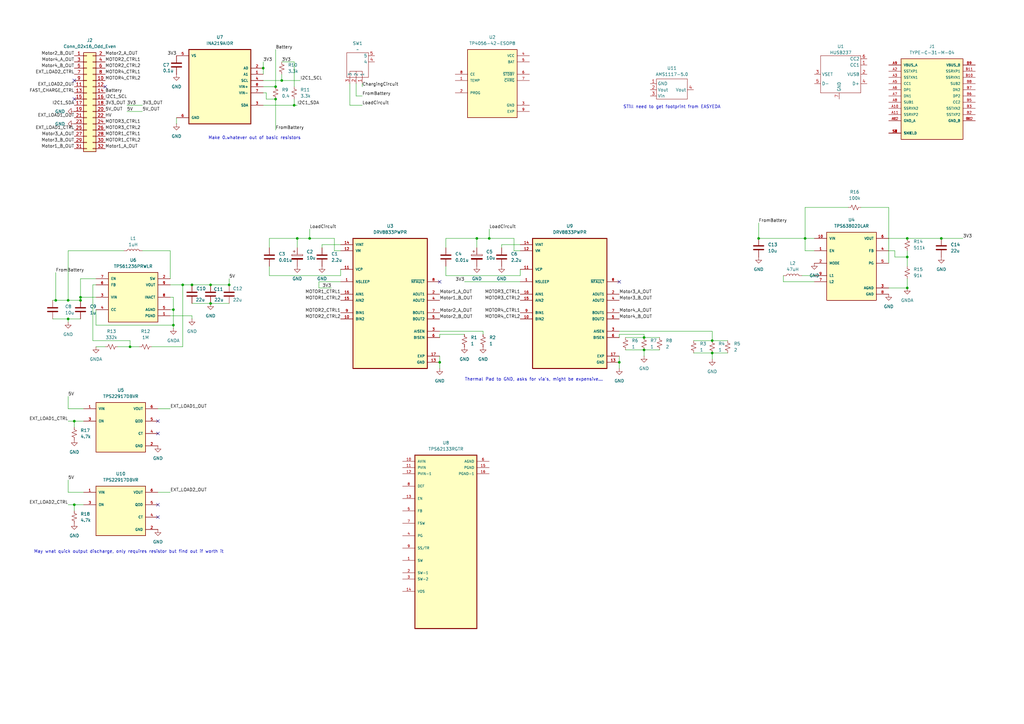
<source format=kicad_sch>
(kicad_sch (version 20250114) (generator "eeschema") (generator_version "9.0")
  (paper "A3")
  (title_block (title "Micromouse Power Board") (date "2025-03-25") (rev "v1.1") (company "University of Cape Town") (comment 2 "CRDRAF001 & DLLAMI004") (comment 3 "Rafael Cardoso & Amir Dollie"))
  (text "STill need to get footprint from EASYEDA" (at 275.59 43.942 0) (effects (font (size 1.27 1.27))))
  (text "Make 0.whatever out of basic resistors" (at 104.394 56.642 0) (effects (font (size 1.27 1.27))))
  (text "Thermal Pad to GND, asks for via's, might be expensive..." (at 218.948 155.702 0) (effects (font (size 1.27 1.27))))
  (text "May wnat quick output discharge, only requires resistor but find out if worth it\n" (at 52.832 226.314 0) (effects (font (size 1.27 1.27))))
  (junction (at 71.12 133.35))
  (junction (at 195.58 97.79))
  (junction (at 30.48 172.72))
  (junction (at 107.95 27.94))
  (junction (at 127 97.79))
  (junction (at 292.1 144.78))
  (junction (at 113.03 40.64))
  (junction (at 372.11 105.41))
  (junction (at 330.2 97.79))
  (junction (at 121.92 97.79))
  (junction (at 311.15 97.79))
  (junction (at 53.34 142.24))
  (junction (at 71.12 127))
  (junction (at 120.65 43.18))
  (junction (at 115.57 33.02))
  (junction (at 22.86 123.19))
  (junction (at 113.03 35.56))
  (junction (at 264.16 138.43))
  (junction (at 200.66 97.79))
  (junction (at 78.74 116.84))
  (junction (at 372.11 97.79))
  (junction (at 372.11 118.11))
  (junction (at 74.93 116.84))
  (junction (at 33.02 123.19))
  (junction (at 86.36 116.84))
  (junction (at 30.48 207.01))
  (junction (at 180.34 148.59))
  (junction (at 292.1 139.7))
  (junction (at 33.02 121.92))
  (junction (at 386.08 97.79))
  (junction (at 264.16 143.51))
  (junction (at 254 148.59))
  (junction (at 93.98 116.84))
  (junction (at 27.94 130.81))
  (junction (at 86.36 124.46))
  (junction (at 27.94 123.19))
  (no_connect (at 64.77 212.09))
  (no_connect (at 30.48 33.02))
  (no_connect (at 64.77 207.01))
  (no_connect (at 64.77 177.8))
  (no_connect (at 43.18 35.56))
  (no_connect (at 254 115.57))
  (no_connect (at 64.77 172.72))
  (no_connect (at 180.34 115.57))
  (no_connect (at 30.48 40.64))
  (wire (pts (xy 53.34 139.7) (xy 38.1 139.7)))
  (wire (pts (xy 107.95 38.1) (xy 109.22 38.1)))
  (wire (pts (xy 254 135.89) (xy 292.1 135.89)))
  (wire (pts (xy 71.12 121.92) (xy 71.12 127)))
  (wire (pts (xy 33.02 121.92) (xy 33.02 114.3)))
  (wire (pts (xy 107.95 43.18) (xy 120.65 43.18)))
  (wire (pts (xy 130.81 118.11) (xy 130.81 115.57)))
  (wire (pts (xy 330.2 85.09) (xy 330.2 97.79)))
  (wire (pts (xy 115.57 33.02) (xy 107.95 33.02)))
  (wire (pts (xy 256.54 143.51) (xy 264.16 143.51)))
  (wire (pts (xy 367.03 105.41) (xy 372.11 105.41)))
  (wire (pts (xy 367.03 102.87) (xy 367.03 105.41)))
  (wire (pts (xy 78.74 129.54) (xy 78.74 130.81)))
  (wire (pts (xy 69.85 121.92) (xy 71.12 121.92)))
  (wire (pts (xy 364.49 118.11) (xy 372.11 118.11)))
  (wire (pts (xy 284.48 139.7) (xy 292.1 139.7)))
  (wire (pts (xy 120.65 35.56) (xy 120.65 25.4)))
  (wire (pts (xy 27.94 196.85) (xy 27.94 201.93)))
  (wire (pts (xy 113.03 40.64) (xy 113.03 53.34)))
  (wire (pts (xy 62.23 142.24) (xy 74.93 142.24)))
  (wire (pts (xy 143.51 34.29) (xy 143.51 43.18)))
  (wire (pts (xy 39.37 127) (xy 39.37 133.35)))
  (wire (pts (xy 27.94 130.81) (xy 33.02 130.81)))
  (wire (pts (xy 180.34 137.16) (xy 190.5 137.16)))
  (wire (pts (xy 254 146.05) (xy 254 148.59)))
  (wire (pts (xy 120.65 43.18) (xy 121.92 43.18)))
  (wire (pts (xy 321.31 113.03) (xy 321.31 115.57)))
  (wire (pts (xy 86.36 116.84) (xy 93.98 116.84)))
  (wire (pts (xy 364.49 85.09) (xy 364.49 107.95)))
  (wire (pts (xy 107.95 25.4) (xy 107.95 27.94)))
  (wire (pts (xy 139.7 102.87) (xy 137.16 102.87)))
  (wire (pts (xy 353.06 85.09) (xy 364.49 85.09)))
  (wire (pts (xy 72.39 48.26) (xy 72.39 50.8)))
  (wire (pts (xy 113.03 20.32) (xy 113.03 35.56)))
  (wire (pts (xy 115.57 25.4) (xy 120.65 25.4)))
  (wire (pts (xy 213.36 100.33) (xy 205.74 100.33)))
  (wire (pts (xy 330.2 85.09) (xy 347.98 85.09)))
  (wire (pts (xy 137.16 97.79) (xy 127 97.79)))
  (wire (pts (xy 311.15 91.44) (xy 311.15 97.79)))
  (wire (pts (xy 182.88 109.22) (xy 182.88 113.03)))
  (wire (pts (xy 135.89 118.11) (xy 130.81 118.11)))
  (wire (pts (xy 109.22 38.1) (xy 109.22 40.64)))
  (wire (pts (xy 180.34 146.05) (xy 180.34 148.59)))
  (wire (pts (xy 39.37 121.92) (xy 33.02 121.92)))
  (wire (pts (xy 69.85 129.54) (xy 78.74 129.54)))
  (wire (pts (xy 254 137.16) (xy 264.16 137.16)))
  (wire (pts (xy 71.12 127) (xy 69.85 127)))
  (wire (pts (xy 321.31 115.57) (xy 334.01 115.57)))
  (wire (pts (xy 27.94 102.87) (xy 50.8 102.87)))
  (wire (pts (xy 110.49 97.79) (xy 110.49 101.6)))
  (wire (pts (xy 372.11 114.3) (xy 372.11 118.11)))
  (wire (pts (xy 27.94 172.72) (xy 30.48 172.72)))
  (wire (pts (xy 210.82 97.79) (xy 200.66 97.79)))
  (wire (pts (xy 256.54 138.43) (xy 264.16 138.43)))
  (wire (pts (xy 364.49 102.87) (xy 367.03 102.87)))
  (wire (pts (xy 213.36 102.87) (xy 210.82 102.87)))
  (wire (pts (xy 180.34 138.43) (xy 180.34 137.16)))
  (wire (pts (xy 328.93 113.03) (xy 334.01 113.03)))
  (wire (pts (xy 180.34 148.59) (xy 180.34 151.13)))
  (wire (pts (xy 182.88 97.79) (xy 182.88 101.6)))
  (wire (pts (xy 74.93 116.84) (xy 74.93 142.24)))
  (wire (pts (xy 195.58 97.79) (xy 182.88 97.79)))
  (wire (pts (xy 52.07 45.72) (xy 58.42 45.72)))
  (wire (pts (xy 30.48 207.01) (xy 34.29 207.01)))
  (wire (pts (xy 69.85 102.87) (xy 58.42 102.87)))
  (wire (pts (xy 27.94 162.56) (xy 27.94 167.64)))
  (wire (pts (xy 264.16 143.51) (xy 264.16 146.05)))
  (wire (pts (xy 48.26 142.24) (xy 53.34 142.24)))
  (wire (pts (xy 292.1 139.7) (xy 298.45 139.7)))
  (wire (pts (xy 78.74 124.46) (xy 86.36 124.46)))
  (wire (pts (xy 27.94 130.81) (xy 27.94 132.08)))
  (wire (pts (xy 292.1 144.78) (xy 292.1 147.32)))
  (wire (pts (xy 27.94 201.93) (xy 34.29 201.93)))
  (wire (pts (xy 198.12 135.89) (xy 198.12 137.16)))
  (wire (pts (xy 127 97.79) (xy 121.92 97.79)))
  (wire (pts (xy 386.08 97.79) (xy 394.97 97.79)))
  (wire (pts (xy 120.65 40.64) (xy 120.65 43.18)))
  (wire (pts (xy 69.85 116.84) (xy 74.93 116.84)))
  (wire (pts (xy 254 138.43) (xy 254 137.16)))
  (wire (pts (xy 292.1 144.78) (xy 298.45 144.78)))
  (wire (pts (xy 22.86 111.76) (xy 22.86 123.19)))
  (wire (pts (xy 107.95 27.94) (xy 107.95 30.48)))
  (wire (pts (xy 143.51 43.18) (xy 148.59 43.18)))
  (wire (pts (xy 132.08 100.33) (xy 132.08 101.6)))
  (wire (pts (xy 190.5 115.57) (xy 213.36 115.57)))
  (wire (pts (xy 372.11 97.79) (xy 386.08 97.79)))
  (wire (pts (xy 264.16 137.16) (xy 264.16 138.43)))
  (wire (pts (xy 64.77 167.64) (xy 69.85 167.64)))
  (wire (pts (xy 27.94 123.19) (xy 27.94 102.87)))
  (wire (pts (xy 330.2 97.79) (xy 334.01 97.79)))
  (wire (pts (xy 30.48 172.72) (xy 30.48 175.26)))
  (wire (pts (xy 334.01 102.87) (xy 330.2 102.87)))
  (wire (pts (xy 180.34 135.89) (xy 198.12 135.89)))
  (wire (pts (xy 284.48 144.78) (xy 292.1 144.78)))
  (wire (pts (xy 121.92 97.79) (xy 110.49 97.79)))
  (wire (pts (xy 38.1 139.7) (xy 38.1 116.84)))
  (wire (pts (xy 311.15 97.79) (xy 330.2 97.79)))
  (wire (pts (xy 148.59 34.29) (xy 148.59 35.56)))
  (wire (pts (xy 74.93 116.84) (xy 78.74 116.84)))
  (wire (pts (xy 115.57 30.48) (xy 115.57 33.02)))
  (wire (pts (xy 200.66 97.79) (xy 200.66 93.98)))
  (wire (pts (xy 52.07 43.18) (xy 58.42 43.18)))
  (wire (pts (xy 93.98 116.84) (xy 93.98 114.3)))
  (wire (pts (xy 139.7 110.49) (xy 139.7 113.03)))
  (wire (pts (xy 200.66 97.79) (xy 195.58 97.79)))
  (wire (pts (xy 110.49 113.03) (xy 139.7 113.03)))
  (wire (pts (xy 123.19 33.02) (xy 115.57 33.02)))
  (wire (pts (xy 330.2 102.87) (xy 330.2 97.79)))
  (wire (pts (xy 53.34 142.24) (xy 57.15 142.24)))
  (wire (pts (xy 22.86 123.19) (xy 21.59 123.19)))
  (wire (pts (xy 53.34 142.24) (xy 53.34 139.7)))
  (wire (pts (xy 364.49 97.79) (xy 372.11 97.79)))
  (wire (pts (xy 39.37 133.35) (xy 71.12 133.35)))
  (wire (pts (xy 30.48 172.72) (xy 34.29 172.72)))
  (wire (pts (xy 86.36 124.46) (xy 93.98 124.46)))
  (wire (pts (xy 43.18 142.24) (xy 39.37 142.24)))
  (wire (pts (xy 27.94 123.19) (xy 33.02 123.19)))
  (wire (pts (xy 33.02 114.3) (xy 39.37 114.3)))
  (wire (pts (xy 33.02 121.92) (xy 33.02 123.19)))
  (wire (pts (xy 205.74 100.33) (xy 205.74 101.6)))
  (wire (pts (xy 292.1 135.89) (xy 292.1 139.7)))
  (wire (pts (xy 182.88 113.03) (xy 213.36 113.03)))
  (wire (pts (xy 22.86 123.19) (xy 27.94 123.19)))
  (wire (pts (xy 107.95 35.56) (xy 113.03 35.56)))
  (wire (pts (xy 372.11 102.87) (xy 372.11 105.41)))
  (wire (pts (xy 64.77 201.93) (xy 69.85 201.93)))
  (wire (pts (xy 254 148.59) (xy 254 151.13)))
  (wire (pts (xy 30.48 207.01) (xy 30.48 209.55)))
  (wire (pts (xy 38.1 116.84) (xy 39.37 116.84)))
  (wire (pts (xy 71.12 127) (xy 71.12 133.35)))
  (wire (pts (xy 130.81 115.57) (xy 139.7 115.57)))
  (wire (pts (xy 27.94 207.01) (xy 30.48 207.01)))
  (wire (pts (xy 69.85 114.3) (xy 69.85 102.87)))
  (wire (pts (xy 139.7 100.33) (xy 132.08 100.33)))
  (wire (pts (xy 146.05 39.37) (xy 148.59 39.37)))
  (wire (pts (xy 127 97.79) (xy 127 93.98)))
  (wire (pts (xy 264.16 138.43) (xy 270.51 138.43)))
  (wire (pts (xy 210.82 102.87) (xy 210.82 97.79)))
  (wire (pts (xy 109.22 40.64) (xy 113.03 40.64)))
  (wire (pts (xy 71.12 133.35) (xy 71.12 134.62)))
  (wire (pts (xy 121.92 97.79) (xy 121.92 101.6)))
  (wire (pts (xy 264.16 143.51) (xy 270.51 143.51)))
  (wire (pts (xy 372.11 105.41) (xy 372.11 109.22)))
  (wire (pts (xy 21.59 130.81) (xy 27.94 130.81)))
  (wire (pts (xy 195.58 97.79) (xy 195.58 101.6)))
  (wire (pts (xy 213.36 110.49) (xy 213.36 113.03)))
  (wire (pts (xy 146.05 34.29) (xy 146.05 39.37)))
  (wire (pts (xy 137.16 102.87) (xy 137.16 97.79)))
  (wire (pts (xy 27.94 167.64) (xy 34.29 167.64)))
  (wire (pts (xy 110.49 109.22) (xy 110.49 113.03)))
  (wire (pts (xy 78.74 116.84) (xy 86.36 116.84)))
  (label "MOTOR1_CTRL2" (at 43.18 58.42 0))
  (label "3V3" (at 135.89 118.11 180))
  (label "HV" (at 43.18 48.26 0))
  (label "Motor3_B_OUT" (at 30.48 58.42 180))
  (label "3V3" (at 107.95 25.4 0))
  (label "3V3" (at 394.97 97.79 0))
  (label "3V3_OUT" (at 58.42 43.18 0))
  (label "Battery" (at 43.18 38.1 0))
  (label "FromBattery" (at 148.59 39.37 0))
  (label "5V" (at 27.94 162.56 0))
  (label "MOTOR3_CTRL1" (at 43.18 50.8 0))
  (label "3V3" (at 115.57 25.4 0))
  (label "MOTOR2_CTRL1" (at 139.7 128.27 180))
  (label "EXT_LOAD2_OUT" (at 69.85 201.93 0))
  (label "I2C1_SDA" (at 121.92 43.18 0))
  (label "FromBattery" (at 311.15 91.44 0))
  (label "Motor4_A_OUT" (at 254 128.27 0))
  (label "MOTOR2_CTRL2" (at 43.18 27.94 0))
  (label "Battery" (at 113.03 20.32 0))
  (label "Motor3_A_OUT" (at 30.48 55.88 180))
  (label "MOTOR4_CTRL2" (at 213.36 130.81 180))
  (label "Motor2_A_OUT" (at 43.18 22.86 0))
  (label "I2C1_SCL" (at 123.19 33.02 0))
  (label "EXT_LOAD1_OUT" (at 69.85 167.64 0))
  (label "MOTOR2_CTRL2" (at 139.7 130.81 180))
  (label "5V_OUT" (at 43.18 45.72 0))
  (label "Motor2_B_OUT" (at 30.48 22.86 180))
  (label "Motor4_B_OUT" (at 30.48 27.94 180))
  (label "Motor1_B_OUT" (at 30.48 60.96 180))
  (label "EXT_LOAD2_CTRL" (at 30.48 30.48 180))
  (label "EXT_LOAD2_CTRL" (at 27.94 207.01 180))
  (label "MOTOR1_CTRL1" (at 43.18 55.88 0))
  (label "3V3" (at 190.5 115.57 180))
  (label "Motor2_B_OUT" (at 180.34 130.81 0))
  (label "MOTOR4_CTRL2" (at 43.18 33.02 0))
  (label "3V3" (at 72.39 22.86 180))
  (label "Motor4_B_OUT" (at 254 130.81 0))
  (label "EXT_LOAD2_OUT" (at 30.48 35.56 180))
  (label "FromBattery" (at 113.03 53.34 0))
  (label "EXT_LOAD1_CTRL" (at 30.48 53.34 180))
  (label "MOTOR2_CTRL1" (at 43.18 25.4 0))
  (label "LoadCircuit" (at 148.59 43.18 0))
  (label "5V" (at 27.94 196.85 0))
  (label "Motor4_A_OUT" (at 30.48 25.4 180))
  (label "5V" (at 93.98 114.3 0))
  (label "Motor2_A_OUT" (at 180.34 128.27 0))
  (label "MOTOR1_CTRL2" (at 139.7 123.19 180))
  (label "LoadCircuit" (at 200.66 93.98 0))
  (label "MOTOR4_CTRL1" (at 213.36 128.27 180))
  (label "I2C1_SDA" (at 30.48 43.18 180))
  (label "Motor1_A_OUT" (at 180.34 120.65 0))
  (label "Motor1_B_OUT" (at 180.34 123.19 0))
  (label "5V_OUT" (at 58.42 45.72 0))
  (label "MOTOR3_CTRL2" (at 213.36 123.19 180))
  (label "EXT_LOAD1_OUT" (at 30.48 48.26 180))
  (label "FromBattery" (at 22.86 111.76 0))
  (label "3V3_OUT" (at 43.18 43.18 0))
  (label "FAST_CHARGE_CTRL" (at 30.48 38.1 180))
  (label "LoadCircuit" (at 127 93.98 0))
  (label "5V" (at 52.07 45.72 0))
  (label "Motor1_A_OUT" (at 43.18 60.96 0))
  (label "MOTOR1_CTRL1" (at 139.7 120.65 180))
  (label "MOTOR4_CTRL1" (at 43.18 30.48 0))
  (label "EXT_LOAD1_CTRL" (at 27.94 172.72 180))
  (label "MOTOR3_CTRL2" (at 43.18 53.34 0))
  (label "Motor3_B_OUT" (at 254 123.19 0))
  (label "MOTOR3_CTRL1" (at 213.36 120.65 180))
  (label "ChargingCircuit" (at 148.59 35.56 0))
  (label "3V3" (at 52.07 43.18 0))
  (label "Motor3_A_OUT" (at 254 120.65 0))
  (label "I2C1_SCL" (at 43.18 40.64 0))
  (symbol (lib_id "Device:C") (at 21.59 127 0) (unit 1)
    (property "Reference" "C8" (at 26.67 125.7299 0) (effects (justify left)))
    (property "Value" "10u" (at 26.67 128.2699 0) (effects (justify left)))
    (property "Description" "Unpolarized capacitor" (effects (hide yes)))
  )
  (symbol (lib_id "DRV8833PWPR:DRV8833PWPR") (at 160.02 125.73 0) (unit 1)
    (property "Reference" "U3" (at 160.02 92.71 0))
    (property "Value" "DRV8833PWPR" (at 160.02 95.25 0))
    (property "Footprint" "DRV8833PWPR:IC_DRV8833PWPR" (effects (hide yes)))
    (property "MF" "Texas Instruments" (effects (hide yes)))
    (property "MOUSER-PURCHASE-URL" "https://snapeda.com/shop?store=Mouser&id=377881" (effects (hide yes)))
    (property "DESCRIPTION" "10.8-V, 2-A dual H-bridge motor driver with current regulation 16-HTSSOP -40 to 85" (effects (hide yes)))
    (property "PACKAGE" "HTSSOP-16 Texas Instruments" (effects (hide yes)))
    (property "Price" "None" (effects (hide yes)))
    (property "PRICE" "None" (effects (hide yes)))
    (property "Package" "HTSSOP-16 Texas Instruments" (effects (hide yes)))
    (property "Check_prices" "https://www.snapeda.com/parts/DRV8833PWPR/Texas+Instruments/view-part/?ref=eda" (effects (hide yes)))
    (property "STANDARD" "Manufacturer Recommendations" (effects (hide yes)))
    (property "PARTREV" "E" (effects (hide yes)))
    (property "SnapEDA_Link" "https://www.snapeda.com/parts/DRV8833PWPR/Texas+Instruments/view-part/?ref=snap" (effects (hide yes)))
    (property "MP" "DRV8833PWPR" (effects (hide yes)))
    (property "TEXAS_INSTRUMENTS-PURCHASE-URL" "https://snapeda.com/shop?store=Texas+Instruments&id=377881" (effects (hide yes)))
    (property "MAXIMUM_PACKAGE_HEIGHT" "1.2mm" (effects (hide yes)))
    (property "Description_1" "10.8-V, 2-A dual H-bridge motor driver with current regulation" (effects (hide yes)))
    (property "Availability" "In Stock" (effects (hide yes)))
    (property "AVAILABILITY" "Warning" (effects (hide yes)))
    (property "DIGIKEY-PURCHASE-URL" "https://snapeda.com/shop?store=DigiKey&id=377881" (effects (hide yes)))
    (property "MANUFACTURER" "Texas Instruments" (effects (hide yes)))
  )
  (symbol (lib_id "power:GND") (at 121.92 109.22 0) (unit 1)
    (property "Reference" "#PWR07" (effects (hide yes)))
    (property "Value" "GND" (at 121.92 114.3 0))
    (property "Description" "Power symbol creates a global label with name \"GND\" , ground" (effects (hide yes)))
  )
  (symbol (lib_id "Device:C_Polarized") (at 195.58 105.41 0) (unit 1)
    (property "Reference" "C5" (at 199.39 103.2509 0) (effects (justify left)))
    (property "Value" "10u" (at 199.39 105.7909 0) (effects (justify left)))
    (property "Description" "Polarized capacitor" (effects (hide yes)))
  )
  (symbol (lib_id "power:GND") (at 292.1 147.32 0) (unit 1)
    (property "Reference" "#PWR012" (effects (hide yes)))
    (property "Value" "GND" (at 292.1 152.4 0))
    (property "Description" "Power symbol creates a global label with name \"GND\" , ground" (effects (hide yes)))
  )
  (symbol (lib_id "TPS22917DBVR:TPS22917DBVR") (at 49.53 175.26 0) (unit 1)
    (property "Reference" "U5" (at 49.53 160.02 0))
    (property "Value" "TPS22917DBVR" (at 49.53 162.56 0))
    (property "Footprint" "TPS22917DBVR:SOT95P280X145-6N" (effects (hide yes)))
    (property "MF" "Texas Instruments" (effects (hide yes)))
    (property "MAXIMUM_PACKAGE_HEIGHT" "1.45mm" (effects (hide yes)))
    (property "Package" "SOT-23-6 Texas Instruments" (effects (hide yes)))
    (property "Price" "None" (effects (hide yes)))
    (property "Check_prices" "https://www.snapeda.com/parts/TPS22917DBVR/Texas+Instruments/view-part/?ref=eda" (effects (hide yes)))
    (property "STANDARD" "IPC 7351B" (effects (hide yes)))
    (property "PARTREV" "B" (effects (hide yes)))
    (property "SnapEDA_Link" "https://www.snapeda.com/parts/TPS22917DBVR/Texas+Instruments/view-part/?ref=snap" (effects (hide yes)))
    (property "MP" "TPS22917DBVR" (effects (hide yes)))
    (property "Description_1" "5.5-V, 2-A, 80-mΩ , 10-nA leakage load switch adj. rise time and adj output discharge" (effects (hide yes)))
    (property "Availability" "In Stock" (effects (hide yes)))
    (property "MANUFACTURER" "Texas Instruments" (effects (hide yes)))
  )
  (symbol (lib_id "power:GNDA") (at 39.37 142.24 0) (unit 1)
    (property "Reference" "#PWR018" (effects (hide yes)))
    (property "Value" "GNDA" (at 39.37 147.32 0))
    (property "Description" "Power symbol creates a global label with name \"GNDA\" , analog ground" (effects (hide yes)))
  )
  (symbol (lib_id "Device:C") (at 132.08 105.41 0) (unit 1)
    (property "Reference" "C1" (at 135.89 104.1399 0) (effects (justify left)))
    (property "Value" "2.2u" (at 135.89 106.6799 0) (effects (justify left)))
    (property "Description" "Unpolarized capacitor" (effects (hide yes)))
  )
  (symbol (lib_id "Device:C") (at 110.49 105.41 0) (unit 1)
    (property "Reference" "C3" (at 114.3 104.1399 0) (effects (justify left)))
    (property "Value" "0.01u" (at 114.3 106.6799 0) (effects (justify left)))
    (property "Description" "Unpolarized capacitor" (effects (hide yes)))
  )
  (symbol (lib_id "DRV8833PWPR:DRV8833PWPR") (at 233.68 125.73 0) (unit 1)
    (property "Reference" "U9" (at 233.68 92.71 0))
    (property "Value" "DRV8833PWPR" (at 233.68 95.25 0))
    (property "Footprint" "DRV8833PWPR:IC_DRV8833PWPR" (effects (hide yes)))
    (property "MF" "Texas Instruments" (effects (hide yes)))
    (property "MOUSER-PURCHASE-URL" "https://snapeda.com/shop?store=Mouser&id=377881" (effects (hide yes)))
    (property "DESCRIPTION" "10.8-V, 2-A dual H-bridge motor driver with current regulation 16-HTSSOP -40 to 85" (effects (hide yes)))
    (property "PACKAGE" "HTSSOP-16 Texas Instruments" (effects (hide yes)))
    (property "Price" "None" (effects (hide yes)))
    (property "PRICE" "None" (effects (hide yes)))
    (property "Package" "HTSSOP-16 Texas Instruments" (effects (hide yes)))
    (property "Check_prices" "https://www.snapeda.com/parts/DRV8833PWPR/Texas+Instruments/view-part/?ref=eda" (effects (hide yes)))
    (property "STANDARD" "Manufacturer Recommendations" (effects (hide yes)))
    (property "PARTREV" "E" (effects (hide yes)))
    (property "SnapEDA_Link" "https://www.snapeda.com/parts/DRV8833PWPR/Texas+Instruments/view-part/?ref=snap" (effects (hide yes)))
    (property "MP" "DRV8833PWPR" (effects (hide yes)))
    (property "TEXAS_INSTRUMENTS-PURCHASE-URL" "https://snapeda.com/shop?store=Texas+Instruments&id=377881" (effects (hide yes)))
    (property "MAXIMUM_PACKAGE_HEIGHT" "1.2mm" (effects (hide yes)))
    (property "Description_1" "10.8-V, 2-A dual H-bridge motor driver with current regulation" (effects (hide yes)))
    (property "Availability" "In Stock" (effects (hide yes)))
    (property "AVAILABILITY" "Warning" (effects (hide yes)))
    (property "DIGIKEY-PURCHASE-URL" "https://snapeda.com/shop?store=DigiKey&id=377881" (effects (hide yes)))
    (property "MANUFACTURER" "Texas Instruments" (effects (hide yes)))
  )
  (symbol (lib_id "Device:R_Small_US") (at 120.65 38.1 0) (unit 1)
    (property "Reference" "R11" (at 123.19 36.8299 0) (effects (justify left)))
    (property "Value" "3.3k" (at 123.19 39.3699 0) (effects (justify left)))
    (property "Description" "Resistor, small US symbol" (effects (hide yes)))
  )
  (symbol (lib_id "Device:C") (at 78.74 120.65 0) (unit 1)
    (property "Reference" "C10" (at 80.518 118.364 0) (effects (justify left)))
    (property "Value" "22u" (at 80.264 122.936 0) (effects (justify left)))
    (property "Description" "Unpolarized capacitor" (effects (hide yes)))
  )
  (symbol (lib_id "AMS1117-CUSTOM5V:AMS1117-5.0") (at 275.59 31.75 0) (unit 1)
    (property "Reference" "U11" (at 275.59 27.94 0))
    (property "Value" "AMS1117-5.0" (at 275.59 30.48 0))
  )
  (symbol (lib_id "Device:C") (at 33.02 127 0) (unit 1)
    (property "Reference" "C9" (at 36.83 125.7299 0) (effects (justify left)))
    (property "Value" "1u" (at 36.83 128.2699 0) (effects (justify left)))
    (property "Description" "Unpolarized capacitor" (effects (hide yes)))
  )
  (symbol (lib_id "Device:R_Small_US") (at 45.72 142.24 90) (unit 1)
    (property "Reference" "R13" (at 45.72 135.89 90))
    (property "Value" "332k" (at 45.72 138.43 90))
    (property "Description" "Resistor, small US symbol" (effects (hide yes)))
  )
  (symbol (lib_id "power:GND") (at 72.39 30.48 0) (unit 1)
    (property "Reference" "#PWR014" (effects (hide yes)))
    (property "Value" "GND" (at 72.39 35.56 0))
    (property "Description" "Power symbol creates a global label with name \"GND\" , ground" (effects (hide yes)))
  )
  (symbol (lib_id "Device:R_Small_US") (at 298.45 142.24 0) (unit 1)
    (property "Reference" "R5" (at 300.99 140.9699 0) (effects (justify left)))
    (property "Value" "2" (at 300.99 143.5099 0) (effects (justify left)))
    (property "Description" "Resistor, small US symbol" (effects (hide yes)))
  )
  (symbol (lib_id "power:GND") (at 30.48 45.72 270) (unit 1)
    (property "Reference" "#PWR01" (effects (hide yes)))
    (property "Value" "GND" (at 26.67 45.7199 90) (effects (justify right)))
    (property "Description" "Power symbol creates a global label with name \"GND\" , ground" (effects (hide yes)))
  )
  (symbol (lib_id "power:GND") (at 264.16 146.05 0) (unit 1)
    (property "Reference" "#PWR011" (effects (hide yes)))
    (property "Value" "GND" (at 264.16 151.13 0))
    (property "Description" "Power symbol creates a global label with name \"GND\" , ground" (effects (hide yes)))
  )
  (symbol (lib_id "power:GND") (at 132.08 109.22 0) (unit 1)
    (property "Reference" "#PWR06" (effects (hide yes)))
    (property "Value" "GND" (at 132.08 114.3 0))
    (property "Description" "Power symbol creates a global label with name \"GND\" , ground" (effects (hide yes)))
  )
  (symbol (lib_id "power:GND") (at 205.74 109.22 0) (unit 1)
    (property "Reference" "#PWR09" (effects (hide yes)))
    (property "Value" "GND" (at 205.74 114.3 0))
    (property "Description" "Power symbol creates a global label with name \"GND\" , ground" (effects (hide yes)))
  )
  (symbol (lib_id "Device:C_Polarized") (at 121.92 105.41 0) (unit 1)
    (property "Reference" "C2" (at 125.73 103.2509 0) (effects (justify left)))
    (property "Value" "10u" (at 125.73 105.7909 0) (effects (justify left)))
    (property "Description" "Polarized capacitor" (effects (hide yes)))
  )
  (symbol (lib_id "power:GND") (at 195.58 109.22 0) (unit 1)
    (property "Reference" "#PWR08" (effects (hide yes)))
    (property "Value" "GND" (at 195.58 114.3 0))
    (property "Description" "Power symbol creates a global label with name \"GND\" , ground" (effects (hide yes)))
  )
  (symbol (lib_id "power:GND") (at 180.34 151.13 0) (unit 1)
    (property "Reference" "#PWR05" (effects (hide yes)))
    (property "Value" "GND" (at 180.34 156.21 0))
    (property "Description" "Power symbol creates a global label with name \"GND\" , ground" (effects (hide yes)))
  )
  (symbol (lib_id "power:GND") (at 190.5 142.24 0) (unit 1)
    (property "Reference" "#PWR03" (effects (hide yes)))
    (property "Value" "GND" (at 190.5 147.32 0))
    (property "Description" "Power symbol creates a global label with name \"GND\" , ground" (effects (hide yes)))
  )
  (symbol (lib_id "INA219AIDR:INA219AIDR") (at 90.17 35.56 0) (mirror y) (unit 1)
    (property "Reference" "U7" (at 90.17 15.24 0))
    (property "Value" "INA219AIDR" (at 90.17 17.78 0))
    (property "Footprint" "INA219AIDR:SOIC127P599X175-8N" (effects (hide yes)))
    (property "MF" "Texas Instruments" (effects (hide yes)))
    (property "Description_1" "26-V 12-bit I2C output digital power monitor" (effects (hide yes)))
    (property "Package" "SOIC-8 Texas Instruments" (effects (hide yes)))
    (property "Price" "None" (effects (hide yes)))
    (property "SnapEDA_Link" "https://www.snapeda.com/parts/INA219AIDR/Texas+Instruments/view-part/?ref=snap" (effects (hide yes)))
    (property "MP" "INA219AIDR" (effects (hide yes)))
    (property "Availability" "In Stock" (effects (hide yes)))
    (property "Check_prices" "https://www.snapeda.com/parts/INA219AIDR/Texas+Instruments/view-part/?ref=eda" (effects (hide yes)))
  )
  (symbol (lib_id "power:GND") (at 72.39 50.8 0) (unit 1)
    (property "Reference" "#PWR013" (effects (hide yes)))
    (property "Value" "GND" (at 72.39 55.88 0))
    (property "Description" "Power symbol creates a global label with name \"GND\" , ground" (effects (hide yes)))
  )
  (symbol (lib_id "power:GND") (at 311.15 105.41 0) (unit 1)
    (property "Reference" "#PWR021" (effects (hide yes)))
    (property "Value" "GND" (at 311.15 110.49 0))
    (property "Description" "Power symbol creates a global label with name \"GND\" , ground" (effects (hide yes)))
  )
  (symbol (lib_id "power:GND") (at 27.94 132.08 0) (unit 1)
    (property "Reference" "#PWR019" (effects (hide yes)))
    (property "Value" "GND" (at 27.94 137.16 0))
    (property "Description" "Power symbol creates a global label with name \"GND\" , ground" (effects (hide yes)))
  )
  (symbol (lib_id "TPS22917DBVR:TPS22917DBVR") (at 49.53 209.55 0) (unit 1)
    (property "Reference" "U10" (at 49.53 194.31 0))
    (property "Value" "TPS22917DBVR" (at 49.53 196.85 0))
    (property "Footprint" "TPS22917DBVR:SOT95P280X145-6N" (effects (hide yes)))
    (property "MF" "Texas Instruments" (effects (hide yes)))
    (property "MAXIMUM_PACKAGE_HEIGHT" "1.45mm" (effects (hide yes)))
    (property "Package" "SOT-23-6 Texas Instruments" (effects (hide yes)))
    (property "Price" "None" (effects (hide yes)))
    (property "Check_prices" "https://www.snapeda.com/parts/TPS22917DBVR/Texas+Instruments/view-part/?ref=eda" (effects (hide yes)))
    (property "STANDARD" "IPC 7351B" (effects (hide yes)))
    (property "PARTREV" "B" (effects (hide yes)))
    (property "SnapEDA_Link" "https://www.snapeda.com/parts/TPS22917DBVR/Texas+Instruments/view-part/?ref=snap" (effects (hide yes)))
    (property "MP" "TPS22917DBVR" (effects (hide yes)))
    (property "Description_1" "5.5-V, 2-A, 80-mΩ , 10-nA leakage load switch adj. rise time and adj output discharge" (effects (hide yes)))
    (property "Availability" "In Stock" (effects (hide yes)))
    (property "MANUFACTURER" "Texas Instruments" (effects (hide yes)))
  )
  (symbol (lib_id "Device:R_Small_US") (at 30.48 177.8 0) (unit 1)
    (property "Reference" "R17" (at 33.02 176.5299 0) (effects (justify left)))
    (property "Value" "4.7k" (at 33.02 179.0699 0) (effects (justify left)))
    (property "Description" "Resistor, small US symbol" (effects (hide yes)))
  )
  (symbol (lib_id "Device:R_Small_US") (at 372.11 100.33 0) (unit 1)
    (property "Reference" "R14" (at 374.65 99.0599 0) (effects (justify left)))
    (property "Value" "511k" (at 374.65 101.5999 0) (effects (justify left)))
    (property "Description" "Resistor, small US symbol" (effects (hide yes)))
  )
  (symbol (lib_id "Device:C") (at 205.74 105.41 0) (unit 1)
    (property "Reference" "C6" (at 209.55 104.1399 0) (effects (justify left)))
    (property "Value" "2.2u" (at 209.55 106.6799 0) (effects (justify left)))
    (property "Description" "Unpolarized capacitor" (effects (hide yes)))
  )
  (symbol (lib_id "Device:R_Small_US") (at 256.54 140.97 0) (unit 1)
    (property "Reference" "R6" (at 259.08 139.6999 0) (effects (justify left)))
    (property "Value" "1" (at 259.08 142.2399 0) (effects (justify left)))
    (property "Description" "Resistor, small US symbol" (effects (hide yes)))
  )
  (symbol (lib_id "Device:R_Small_US") (at 350.52 85.09 90) (unit 1)
    (property "Reference" "R16" (at 350.52 78.74 90))
    (property "Value" "100k" (at 350.52 81.28 90))
    (property "Description" "Resistor, small US symbol" (effects (hide yes)))
  )
  (symbol (lib_id "TPS62133RGTR:TPS62133RGTR") (at 182.88 222.25 0) (unit 1)
    (property "Reference" "U8" (at 182.88 181.61 0))
    (property "Value" "TPS62133RGTR" (at 182.88 184.15 0))
    (property "Footprint" "TPS62133RGTR:QFN50P300X300X100-17N" (effects (hide yes)))
    (property "MF" "Texas Instruments" (effects (hide yes)))
    (property "Description_1" "3-17V 3A Step-Down Converter in 3x3 QFN Package" (effects (hide yes)))
    (property "Package" "VQFN-16 Texas Instruments" (effects (hide yes)))
    (property "Price" "None" (effects (hide yes)))
    (property "SnapEDA_Link" "https://www.snapeda.com/parts/TPS62133RGTR/Texas+Instruments/view-part/?ref=snap" (effects (hide yes)))
    (property "MP" "TPS62133RGTR" (effects (hide yes)))
    (property "Availability" "In Stock" (effects (hide yes)))
    (property "Check_prices" "https://www.snapeda.com/parts/TPS62133RGTR/Texas+Instruments/view-part/?ref=eda" (effects (hide yes)))
  )
  (symbol (lib_id "Device:R_Small_US") (at 264.16 140.97 0) (unit 1)
    (property "Reference" "R7" (at 266.7 139.6999 0) (effects (justify left)))
    (property "Value" "1" (at 266.7 142.2399 0) (effects (justify left)))
    (property "Description" "Resistor, small US symbol" (effects (hide yes)))
  )
  (symbol (lib_id "TYPE-C-31-M-04:TYPE-C-31-M-04") (at 382.27 39.37 0) (unit 1)
    (property "Reference" "J1" (at 382.27 19.05 0))
    (property "Value" "TYPE-C-31-M-04" (at 382.27 21.59 0))
    (property "Footprint" "TYPE-C-31-M-04:HRO_TYPE-C-31-M-04" (effects (hide yes)))
    (property "MF" "HRO Electronics Co., Ltd." (effects (hide yes)))
    (property "MAXIMUM_PACKAGE_HEIGHT" "3.32mm" (effects (hide yes)))
    (property "Package" "Package" (effects (hide yes)))
    (property "Price" "None" (effects (hide yes)))
    (property "Check_prices" "https://www.snapeda.com/parts/TYPE-C-31-M-04/HRO+Electronics+Co.%252C+Ltd./view-part/?ref=eda" (effects (hide yes)))
    (property "STANDARD" "Manufacturer Recommendations" (effects (hide yes)))
    (property "PARTREV" "A" (effects (hide yes)))
    (property "SnapEDA_Link" "https://www.snapeda.com/parts/TYPE-C-31-M-04/HRO+Electronics+Co.%252C+Ltd./view-part/?ref=snap" (effects (hide yes)))
    (property "MP" "TYPE-C-31-M-04" (effects (hide yes)))
    (property "Description_1" "USB Connector Type C" (effects (hide yes)))
    (property "Availability" "Not in stock" (effects (hide yes)))
    (property "MANUFACTURER" "HRO Electronics" (effects (hide yes)))
  )
  (symbol (lib_id "power:GND") (at 64.77 217.17 0) (unit 1)
    (property "Reference" "#PWR028" (effects (hide yes)))
    (property "Value" "GND" (at 64.77 222.25 0))
    (property "Description" "Power symbol creates a global label with name \"GND\" , ground" (effects (hide yes)))
  )
  (symbol (lib_id "power:GND") (at 64.77 182.88 0) (unit 1)
    (property "Reference" "#PWR025" (effects (hide yes)))
    (property "Value" "GND" (at 64.77 187.96 0))
    (property "Description" "Power symbol creates a global label with name \"GND\" , ground" (effects (hide yes)))
  )
  (symbol (lib_id "Device:R_Small_US") (at 190.5 139.7 0) (unit 1)
    (property "Reference" "R1" (at 193.04 138.4299 0) (effects (justify left)))
    (property "Value" "1" (at 193.04 140.9699 0) (effects (justify left)))
    (property "Description" "Resistor, small US symbol" (effects (hide yes)))
  )
  (symbol (lib_id "power:GND") (at 78.74 130.81 0) (unit 1)
    (property "Reference" "#PWR017" (effects (hide yes)))
    (property "Value" "GND" (at 78.74 135.89 0))
    (property "Description" "Power symbol creates a global label with name \"GND\" , ground" (effects (hide yes)))
  )
  (symbol (lib_id "power:GND") (at 254 151.13 0) (unit 1)
    (property "Reference" "#PWR010" (effects (hide yes)))
    (property "Value" "GND" (at 254 156.21 0))
    (property "Description" "Power symbol creates a global label with name \"GND\" , ground" (effects (hide yes)))
  )
  (symbol (lib_id "power:GND") (at 30.48 214.63 0) (unit 1)
    (property "Reference" "#PWR027" (effects (hide yes)))
    (property "Value" "GND" (at 30.48 219.71 0))
    (property "Description" "Power symbol creates a global label with name \"GND\" , ground" (effects (hide yes)))
  )
  (symbol (lib_id "TPS61235PRWLR:TPS61235PRWLR") (at 54.61 121.92 0) (unit 1)
    (property "Reference" "U6" (at 54.61 106.68 0))
    (property "Value" "TPS61236PRWLR" (at 54.61 109.22 0))
    (property "Footprint" "TPS61235PRWLR:CONV_TPS61235PRWLR" (effects (hide yes)))
    (property "MF" "Texas Instruments" (effects (hide yes)))
    (property "Description_1" "8-A valley current, 5.1-V fixed output voltage synchronous boost converters" (effects (hide yes)))
    (property "Package" "VQFN-HR-9 Texas Instruments" (effects (hide yes)))
    (property "Price" "None" (effects (hide yes)))
    (property "Check_prices" "https://www.snapeda.com/parts/TPS61235PRWLR/Texas+Instruments/view-part/?ref=eda" (effects (hide yes)))
    (property "SnapEDA_Link" "https://www.snapeda.com/parts/TPS61235PRWLR/Texas+Instruments/view-part/?ref=snap" (effects (hide yes)))
    (property "MP" "TPS61235PRWLR" (effects (hide yes)))
    (property "Availability" "In Stock" (effects (hide yes)))
    (property "MANUFACTURER" "Texas Instruments" (effects (hide yes)))
  )
  (symbol (lib_id "Device:C") (at 72.39 26.67 0) (unit 1)
    (property "Reference" "C7" (at 66.802 26.67 0) (effects (justify left)))
    (property "Value" "0.1u" (at 66.802 28.956 0) (effects (justify left)))
    (property "Description" "Unpolarized capacitor" (effects (hide yes)))
  )
  (symbol (lib_id "Device:R_Small_US") (at 372.11 111.76 0) (unit 1)
    (property "Reference" "R15" (at 374.65 110.4899 0) (effects (justify left)))
    (property "Value" "91k" (at 374.65 113.0299 0) (effects (justify left)))
    (property "Description" "Resistor, small US symbol" (effects (hide yes)))
  )
  (symbol (lib_id "power:GND") (at 198.12 142.24 0) (unit 1)
    (property "Reference" "#PWR04" (effects (hide yes)))
    (property "Value" "GND" (at 198.12 147.32 0))
    (property "Description" "Power symbol creates a global label with name \"GND\" , ground" (effects (hide yes)))
  )
  (symbol (lib_id "power:GND") (at 364.49 120.65 0) (unit 1)
    (property "Reference" "#PWR023" (effects (hide yes)))
    (property "Value" "GND" (at 364.49 125.73 0))
    (property "Description" "Power symbol creates a global label with name \"GND\" , ground" (effects (hide yes)))
  )
  (symbol (lib_id "Device:R_Small_US") (at 59.69 142.24 90) (unit 1)
    (property "Reference" "R12" (at 59.69 135.89 90))
    (property "Value" "1M" (at 59.69 138.43 90))
    (property "Description" "Resistor, small US symbol" (effects (hide yes)))
  )
  (symbol (lib_id "Device:C") (at 93.98 120.65 0) (unit 1)
    (property "Reference" "C12" (at 95.504 118.364 0) (effects (justify left)))
    (property "Value" "22u" (at 95.504 122.936 0) (effects (justify left)))
    (property "Description" "Unpolarized capacitor" (effects (hide yes)))
  )
  (symbol (lib_id "Device:R_Small_US") (at 30.48 212.09 0) (unit 1)
    (property "Reference" "R18" (at 33.02 210.8199 0) (effects (justify left)))
    (property "Value" "4.7k" (at 33.02 213.3599 0) (effects (justify left)))
    (property "Description" "Resistor, small US symbol" (effects (hide yes)))
  )
  (symbol (lib_id "Device:L") (at 54.61 102.87 90) (unit 1)
    (property "Reference" "L1" (at 54.61 97.79 90))
    (property "Value" "1uH" (at 54.61 100.33 90))
    (property "Description" "Inductor" (effects (hide yes)))
  )
  (symbol (lib_id "TPS63802DLAR:TPS63802DLAR") (at 349.25 107.95 0) (unit 1)
    (property "Reference" "U4" (at 349.25 90.17 0))
    (property "Value" "TPS63802DLAR" (at 349.25 92.71 0))
    (property "Footprint" "TPS63802DLAR:VREG_TPS63802DLAR" (effects (hide yes)))
    (property "MF" "Texas Instruments" (effects (hide yes)))
    (property "MAXIMUM_PACKAGE_HEIGHT" "1.0 mm" (effects (hide yes)))
    (property "Package" "VSON-HR-10 Texas Instruments" (effects (hide yes)))
    (property "Price" "None" (effects (hide yes)))
    (property "Check_prices" "https://www.snapeda.com/parts/TPS63802DLAR/Texas+Instruments/view-part/?ref=eda" (effects (hide yes)))
    (property "STANDARD" "Manufacturer Recommendations" (effects (hide yes)))
    (property "PARTREV" "B" (effects (hide yes)))
    (property "SnapEDA_Link" "https://www.snapeda.com/parts/TPS63802DLAR/Texas+Instruments/view-part/?ref=snap" (effects (hide yes)))
    (property "MP" "TPS63802DLAR" (effects (hide yes)))
    (property "Description_1" "2-A, high-efficient, 11-µA quiescent current buck-boost converter in QFN/DFN package" (effects (hide yes)))
    (property "Availability" "In Stock" (effects (hide yes)))
    (property "MANUFACTURER" "Texas Instruments" (effects (hide yes)))
  )
  (symbol (lib_id "Device:C") (at 311.15 101.6 0) (unit 1)
    (property "Reference" "C13" (at 314.96 100.3299 0) (effects (justify left)))
    (property "Value" "10u" (at 314.96 102.8699 0) (effects (justify left)))
    (property "Description" "Unpolarized capacitor" (effects (hide yes)))
  )
  (symbol (lib_id "Device:R_Small_US") (at 198.12 139.7 0) (unit 1)
    (property "Reference" "R2" (at 200.66 138.4299 0) (effects (justify left)))
    (property "Value" "1" (at 200.66 140.9699 0) (effects (justify left)))
    (property "Description" "Resistor, small US symbol" (effects (hide yes)))
  )
  (symbol (lib_id "power:GND") (at 30.48 180.34 0) (unit 1)
    (property "Reference" "#PWR026" (effects (hide yes)))
    (property "Value" "GND" (at 30.48 185.42 0))
    (property "Description" "Power symbol creates a global label with name \"GND\" , ground" (effects (hide yes)))
  )
  (symbol (lib_id "Device:C") (at 182.88 105.41 0) (unit 1)
    (property "Reference" "C4" (at 186.69 104.1399 0) (effects (justify left)))
    (property "Value" "0.01u" (at 186.69 106.6799 0) (effects (justify left)))
    (property "Description" "Unpolarized capacitor" (effects (hide yes)))
  )
  (symbol (lib_id "Device:C") (at 386.08 101.6 0) (unit 1)
    (property "Reference" "C14" (at 389.89 100.3299 0) (effects (justify left)))
    (property "Value" "22u" (at 389.89 102.8699 0) (effects (justify left)))
    (property "Description" "Unpolarized capacitor" (effects (hide yes)))
  )
  (symbol (lib_id "power:GND") (at 30.48 50.8 270) (unit 1)
    (property "Reference" "#PWR02" (effects (hide yes)))
    (property "Value" "GND" (at 26.67 50.7999 90) (effects (justify right)))
    (property "Description" "Power symbol creates a global label with name \"GND\" , ground" (effects (hide yes)))
  )
  (symbol (lib_id "Connector_Generic:Conn_02x16_Odd_Even") (at 35.56 40.64 0) (unit 1)
    (property "Reference" "J2" (at 36.83 16.51 0))
    (property "Value" "Conn_02x16_Odd_Even" (at 36.83 19.05 0))
    (property "Description" "Generic connector, double row, 02x16, odd/even pin numbering scheme (row 1 odd numbers, row 2 even numbers), script generated (kicad-library-utils/schlib/autogen/connector/)" (effects (hide yes)))
  )
  (symbol (lib_id "TP4056-42-ESOP8:TP4056-42-ESOP8") (at 201.93 35.56 0) (unit 1)
    (property "Reference" "U2" (at 201.93 15.24 0))
    (property "Value" "TP4056-42-ESOP8" (at 201.93 17.78 0))
    (property "Footprint" "TP4056-42-ESOP8:SOIC127P600X175-9N" (effects (hide yes)))
    (property "MF" "toppower" (effects (hide yes)))
    (property "MAXIMUM_PACKAGE_HEIGHT" "1.75mm" (effects (hide yes)))
    (property "Package" "None" (effects (hide yes)))
    (property "Price" "None" (effects (hide yes)))
    (property "Check_prices" "https://www.snapeda.com/parts/TP4056-42-ESOP8/toppower/view-part/?ref=eda" (effects (hide yes)))
    (property "STANDARD" "IPC-7351B" (effects (hide yes)))
    (property "PARTREV" "NA" (effects (hide yes)))
    (property "SnapEDA_Link" "https://www.snapeda.com/parts/TP4056-42-ESOP8/toppower/view-part/?ref=snap" (effects (hide yes)))
    (property "MP" "TP4056-42-ESOP8" (effects (hide yes)))
    (property "Availability" "Not in stock" (effects (hide yes)))
    (property "MANUFACTURER" "Top Power" (effects (hide yes)))
  )
  (symbol (lib_id "Device:R_Small_US") (at 270.51 140.97 0) (unit 1)
    (property "Reference" "R8" (at 273.05 139.6999 0) (effects (justify left)))
    (property "Value" "2" (at 273.05 142.2399 0) (effects (justify left)))
    (property "Description" "Resistor, small US symbol" (effects (hide yes)))
  )
  (symbol (lib_id "Device:R_Small_US") (at 292.1 142.24 0) (unit 1)
    (property "Reference" "R4" (at 294.64 140.9699 0) (effects (justify left)))
    (property "Value" "1" (at 294.64 143.5099 0) (effects (justify left)))
    (property "Description" "Resistor, small US symbol" (effects (hide yes)))
  )
  (symbol (lib_id "Device:R_Small_US") (at 115.57 27.94 0) (unit 1)
    (property "Reference" "R10" (at 118.11 26.6699 0) (effects (justify left)))
    (property "Value" "3.3k" (at 118.11 29.2099 0) (effects (justify left)))
    (property "Description" "Resistor, small US symbol" (effects (hide yes)))
  )
  (symbol (lib_id "Device:L") (at 325.12 113.03 90) (unit 1)
    (property "Reference" "L2" (at 325.12 107.95 90))
    (property "Value" "47uH" (at 325.12 110.49 90))
    (property "Description" "Inductor" (effects (hide yes)))
  )
  (symbol (lib_id "USB_C_PD:HUSB237") (at 344.17 21.59 0) (unit 1)
    (property "Reference" "U1" (at 344.805 19.05 0))
    (property "Value" "HUSB237" (at 344.805 21.59 0))
  )
  (symbol (lib_id "power:GND") (at 334.01 107.95 0) (unit 1)
    (property "Reference" "#PWR022" (effects (hide yes)))
    (property "Value" "GND" (at 334.01 113.03 0))
    (property "Description" "Power symbol creates a global label with name \"GND\" , ground" (effects (hide yes)))
  )
  (symbol (lib_id "power:GND") (at 86.36 124.46 0) (unit 1)
    (property "Reference" "#PWR016" (effects (hide yes)))
    (property "Value" "GND" (at 86.36 129.54 0))
    (property "Description" "Power symbol creates a global label with name \"GND\" , ground" (effects (hide yes)))
  )
  (symbol (lib_id "Device:C") (at 86.36 120.65 0) (unit 1)
    (property "Reference" "C11" (at 87.63 118.618 0) (effects (justify left)))
    (property "Value" "22u" (at 87.884 122.936 0) (effects (justify left)))
    (property "Description" "Unpolarized capacitor" (effects (hide yes)))
  )
  (symbol (lib_id "power:GNDA") (at 71.12 134.62 0) (unit 1)
    (property "Reference" "#PWR015" (effects (hide yes)))
    (property "Value" "GNDA" (at 71.12 139.7 0))
    (property "Description" "Power symbol creates a global label with name \"GNDA\" , analog ground" (effects (hide yes)))
  )
  (symbol (lib_id "SlideSwitchSymbol:SlideSwitch") (at 193.04 21.59 0) (unit 1)
    (property "Reference" "SW1" (at 146.685 17.78 0))
    (property "Value" "~" (at 146.685 20.32 0))
  )
  (symbol (lib_id "Device:R_Small_US") (at 284.48 142.24 0) (unit 1)
    (property "Reference" "R3" (at 287.02 140.9699 0) (effects (justify left)))
    (property "Value" "1" (at 287.02 143.5099 0) (effects (justify left)))
    (property "Description" "Resistor, small US symbol" (effects (hide yes)))
  )
  (symbol (lib_id "power:GNDA") (at 372.11 118.11 0) (unit 1)
    (property "Reference" "#PWR024" (effects (hide yes)))
    (property "Value" "GNDA" (at 372.11 123.19 0))
    (property "Description" "Power symbol creates a global label with name \"GNDA\" , analog ground" (effects (hide yes)))
  )
  (symbol (lib_id "power:GND") (at 386.08 105.41 0) (unit 1)
    (property "Reference" "#PWR020" (effects (hide yes)))
    (property "Value" "GND" (at 386.08 110.49 0))
    (property "Description" "Power symbol creates a global label with name \"GND\" , ground" (effects (hide yes)))
  )
  (symbol (lib_id "Device:R_Small_US") (at 113.03 38.1 0) (unit 1)
    (property "Reference" "R9" (at 115.57 36.8299 0) (effects (justify left)))
    (property "Value" "0.4" (at 115.57 39.3699 0) (effects (justify left)))
    (property "Description" "Resistor, small US symbol" (effects (hide yes)))
  )
)
</source>
